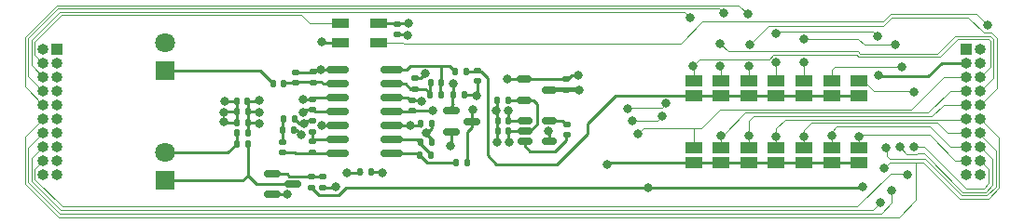
<source format=gbr>
%TF.GenerationSoftware,KiCad,Pcbnew,8.0.8+1*%
%TF.CreationDate,2025-01-23T15:05:36+01:00*%
%TF.ProjectId,IR-sensor,49522d73-656e-4736-9f72-2e6b69636164,rev?*%
%TF.SameCoordinates,Original*%
%TF.FileFunction,Copper,L1,Top*%
%TF.FilePolarity,Positive*%
%FSLAX46Y46*%
G04 Gerber Fmt 4.6, Leading zero omitted, Abs format (unit mm)*
G04 Created by KiCad (PCBNEW 8.0.8+1) date 2025-01-23 15:05:36*
%MOMM*%
%LPD*%
G01*
G04 APERTURE LIST*
G04 Aperture macros list*
%AMRoundRect*
0 Rectangle with rounded corners*
0 $1 Rounding radius*
0 $2 $3 $4 $5 $6 $7 $8 $9 X,Y pos of 4 corners*
0 Add a 4 corners polygon primitive as box body*
4,1,4,$2,$3,$4,$5,$6,$7,$8,$9,$2,$3,0*
0 Add four circle primitives for the rounded corners*
1,1,$1+$1,$2,$3*
1,1,$1+$1,$4,$5*
1,1,$1+$1,$6,$7*
1,1,$1+$1,$8,$9*
0 Add four rect primitives between the rounded corners*
20,1,$1+$1,$2,$3,$4,$5,0*
20,1,$1+$1,$4,$5,$6,$7,0*
20,1,$1+$1,$6,$7,$8,$9,0*
20,1,$1+$1,$8,$9,$2,$3,0*%
G04 Aperture macros list end*
%TA.AperFunction,SMDPad,CuDef*%
%ADD10R,1.600000X0.850000*%
%TD*%
%TA.AperFunction,SMDPad,CuDef*%
%ADD11RoundRect,0.135000X-0.185000X0.135000X-0.185000X-0.135000X0.185000X-0.135000X0.185000X0.135000X0*%
%TD*%
%TA.AperFunction,SMDPad,CuDef*%
%ADD12R,1.500000X1.000000*%
%TD*%
%TA.AperFunction,SMDPad,CuDef*%
%ADD13RoundRect,0.140000X0.140000X0.170000X-0.140000X0.170000X-0.140000X-0.170000X0.140000X-0.170000X0*%
%TD*%
%TA.AperFunction,ComponentPad*%
%ADD14R,1.800000X1.800000*%
%TD*%
%TA.AperFunction,ComponentPad*%
%ADD15C,1.800000*%
%TD*%
%TA.AperFunction,SMDPad,CuDef*%
%ADD16RoundRect,0.140000X-0.170000X0.140000X-0.170000X-0.140000X0.170000X-0.140000X0.170000X0.140000X0*%
%TD*%
%TA.AperFunction,SMDPad,CuDef*%
%ADD17RoundRect,0.135000X0.185000X-0.135000X0.185000X0.135000X-0.185000X0.135000X-0.185000X-0.135000X0*%
%TD*%
%TA.AperFunction,SMDPad,CuDef*%
%ADD18RoundRect,0.135000X-0.135000X-0.185000X0.135000X-0.185000X0.135000X0.185000X-0.135000X0.185000X0*%
%TD*%
%TA.AperFunction,SMDPad,CuDef*%
%ADD19RoundRect,0.150000X-0.825000X-0.150000X0.825000X-0.150000X0.825000X0.150000X-0.825000X0.150000X0*%
%TD*%
%TA.AperFunction,SMDPad,CuDef*%
%ADD20RoundRect,0.150000X-0.512500X-0.150000X0.512500X-0.150000X0.512500X0.150000X-0.512500X0.150000X0*%
%TD*%
%TA.AperFunction,SMDPad,CuDef*%
%ADD21RoundRect,0.150000X-0.587500X-0.150000X0.587500X-0.150000X0.587500X0.150000X-0.587500X0.150000X0*%
%TD*%
%TA.AperFunction,SMDPad,CuDef*%
%ADD22RoundRect,0.135000X0.135000X0.185000X-0.135000X0.185000X-0.135000X-0.185000X0.135000X-0.185000X0*%
%TD*%
%TA.AperFunction,SMDPad,CuDef*%
%ADD23RoundRect,0.140000X-0.140000X-0.170000X0.140000X-0.170000X0.140000X0.170000X-0.140000X0.170000X0*%
%TD*%
%TA.AperFunction,ComponentPad*%
%ADD24R,1.000000X1.000000*%
%TD*%
%TA.AperFunction,ComponentPad*%
%ADD25O,1.000000X1.000000*%
%TD*%
%TA.AperFunction,SMDPad,CuDef*%
%ADD26RoundRect,0.140000X0.170000X-0.140000X0.170000X0.140000X-0.170000X0.140000X-0.170000X-0.140000X0*%
%TD*%
%TA.AperFunction,ViaPad*%
%ADD27C,0.800000*%
%TD*%
%TA.AperFunction,Conductor*%
%ADD28C,0.250000*%
%TD*%
%TA.AperFunction,Conductor*%
%ADD29C,0.400000*%
%TD*%
%TA.AperFunction,Conductor*%
%ADD30C,0.100000*%
%TD*%
G04 APERTURE END LIST*
D10*
%TO.P,D4,1,DOUT*%
%TO.N,/INDICATOR_OUT*%
X79430000Y-51960000D03*
%TO.P,D4,2,VSS*%
%TO.N,GND*%
X79430000Y-53710000D03*
%TO.P,D4,3,DIN*%
%TO.N,/INDICATOR_IN*%
X82930000Y-53710000D03*
%TO.P,D4,4,VDD*%
%TO.N,+5V*%
X82930000Y-51960000D03*
%TD*%
D11*
%TO.P,R3,1*%
%TO.N,GND*%
X76875000Y-60815000D03*
%TO.P,R3,2*%
%TO.N,Net-(U1B--)*%
X76875000Y-61835000D03*
%TD*%
D12*
%TO.P,JP2,1,A*%
%TO.N,/DOG_2*%
X114000000Y-57200000D03*
%TO.P,JP2,2,B*%
%TO.N,/DOG*%
X114000000Y-58500000D03*
%TD*%
D13*
%TO.P,C7,1*%
%TO.N,+5V*%
X71000000Y-60000000D03*
%TO.P,C7,2*%
%TO.N,GND*%
X70040000Y-60000000D03*
%TD*%
D14*
%TO.P,D5,1,K*%
%TO.N,Net-(D5-K)*%
X63535000Y-56275000D03*
D15*
%TO.P,D5,2,A*%
%TO.N,GND*%
X63535000Y-53735000D03*
%TD*%
D16*
%TO.P,C5,1*%
%TO.N,GND*%
X99925000Y-57045000D03*
%TO.P,C5,2*%
%TO.N,+5V*%
X99925000Y-58005000D03*
%TD*%
D17*
%TO.P,R12,1*%
%TO.N,GND*%
X77835000Y-66905000D03*
%TO.P,R12,2*%
%TO.N,Net-(Q1-G)*%
X77835000Y-65885000D03*
%TD*%
D18*
%TO.P,R9,1*%
%TO.N,Net-(D6-A)*%
X69990000Y-62900000D03*
%TO.P,R9,2*%
%TO.N,Net-(D6-K)*%
X71010000Y-62900000D03*
%TD*%
D19*
%TO.P,U1,1*%
%TO.N,Net-(U1B-+)*%
X79150000Y-56190000D03*
%TO.P,U1,2,-*%
%TO.N,Net-(U1A--)*%
X79150000Y-57460000D03*
%TO.P,U1,3,+*%
%TO.N,GND*%
X79150000Y-58730000D03*
%TO.P,U1,4,V+*%
%TO.N,+2V5*%
X79150000Y-60000000D03*
%TO.P,U1,5,+*%
%TO.N,Net-(U1B-+)*%
X79150000Y-61270000D03*
%TO.P,U1,6,-*%
%TO.N,Net-(U1B--)*%
X79150000Y-62540000D03*
%TO.P,U1,7*%
%TO.N,Net-(C6-Pad2)*%
X79150000Y-63810000D03*
%TO.P,U1,8*%
%TO.N,Net-(R4-Pad1)*%
X84100000Y-63810000D03*
%TO.P,U1,9,-*%
%TO.N,Net-(U1C--)*%
X84100000Y-62540000D03*
%TO.P,U1,10,+*%
%TO.N,Net-(U1C-+)*%
X84100000Y-61270000D03*
%TO.P,U1,11,V-*%
%TO.N,-2V5*%
X84100000Y-60000000D03*
%TO.P,U1,12,+*%
%TO.N,GND*%
X84100000Y-58730000D03*
%TO.P,U1,13,-*%
%TO.N,Net-(U1D--)*%
X84100000Y-57460000D03*
%TO.P,U1,14*%
%TO.N,Net-(C13-Pad1)*%
X84100000Y-56190000D03*
%TD*%
D20*
%TO.P,U2,1,GND*%
%TO.N,GND*%
X96127500Y-57045000D03*
%TO.P,U2,2,VO*%
%TO.N,+2V5*%
X96127500Y-58945000D03*
%TO.P,U2,3,VI*%
%TO.N,+5V*%
X98402500Y-57995000D03*
%TD*%
D21*
%TO.P,Q1,1,G*%
%TO.N,Net-(Q1-G)*%
X73252500Y-65620000D03*
%TO.P,Q1,2,S*%
%TO.N,GND*%
X73252500Y-67520000D03*
%TO.P,Q1,3,D*%
%TO.N,Net-(D6-K)*%
X75127500Y-66570000D03*
%TD*%
D12*
%TO.P,JP5,1,A*%
%TO.N,/DOG_5*%
X121500000Y-57200000D03*
%TO.P,JP5,2,B*%
%TO.N,/DOG*%
X121500000Y-58500000D03*
%TD*%
%TO.P,JP3,1,A*%
%TO.N,/DOG_3*%
X116500000Y-57200000D03*
%TO.P,JP3,2,B*%
%TO.N,/DOG*%
X116500000Y-58500000D03*
%TD*%
D17*
%TO.P,R1,1*%
%TO.N,Net-(U1A--)*%
X76945000Y-57385000D03*
%TO.P,R1,2*%
%TO.N,Net-(U1B-+)*%
X76945000Y-56365000D03*
%TD*%
D22*
%TO.P,R18,1*%
%TO.N,/DOG*%
X90880000Y-56295000D03*
%TO.P,R18,2*%
%TO.N,Net-(C13-Pad1)*%
X89860000Y-56295000D03*
%TD*%
D23*
%TO.P,C18,1*%
%TO.N,GND*%
X93705000Y-60785000D03*
%TO.P,C18,2*%
%TO.N,-2V5*%
X94665000Y-60785000D03*
%TD*%
D22*
%TO.P,R7,1*%
%TO.N,GND*%
X90650000Y-58460000D03*
%TO.P,R7,2*%
%TO.N,/PWM_RCV*%
X89630000Y-58460000D03*
%TD*%
D12*
%TO.P,JP13,1,A*%
%TO.N,/PWM_RCV_6*%
X124000000Y-63300000D03*
%TO.P,JP13,2,B*%
%TO.N,/PWM_RCV*%
X124000000Y-64600000D03*
%TD*%
D18*
%TO.P,R11,1*%
%TO.N,Net-(D6-A)*%
X69990000Y-61900000D03*
%TO.P,R11,2*%
%TO.N,+5V*%
X71010000Y-61900000D03*
%TD*%
D21*
%TO.P,Q2,1,G*%
%TO.N,/PWM_RCV*%
X89457500Y-59925000D03*
%TO.P,Q2,2,S*%
%TO.N,GND*%
X89457500Y-61825000D03*
%TO.P,Q2,3,D*%
%TO.N,Net-(Q2-D)*%
X91332500Y-60875000D03*
%TD*%
D13*
%TO.P,C13,1*%
%TO.N,Net-(C13-Pad1)*%
X88585000Y-57385000D03*
%TO.P,C13,2*%
%TO.N,Net-(U1D--)*%
X87625000Y-57385000D03*
%TD*%
D17*
%TO.P,R8,1*%
%TO.N,/PWM_SEND*%
X76825000Y-66915000D03*
%TO.P,R8,2*%
%TO.N,Net-(Q1-G)*%
X76825000Y-65895000D03*
%TD*%
D14*
%TO.P,D6,1,K*%
%TO.N,Net-(D6-K)*%
X63535000Y-66275000D03*
D15*
%TO.P,D6,2,A*%
%TO.N,Net-(D6-A)*%
X63535000Y-63735000D03*
%TD*%
D12*
%TO.P,JP4,1,A*%
%TO.N,/DOG_4*%
X119000000Y-57200000D03*
%TO.P,JP4,2,B*%
%TO.N,/DOG*%
X119000000Y-58500000D03*
%TD*%
D17*
%TO.P,R16,1*%
%TO.N,Net-(U1D--)*%
X86225000Y-57955000D03*
%TO.P,R16,2*%
%TO.N,Net-(Q2-D)*%
X86225000Y-56935000D03*
%TD*%
D18*
%TO.P,R14,1*%
%TO.N,Net-(C6-Pad1)*%
X74221000Y-60627000D03*
%TO.P,R14,2*%
%TO.N,GND*%
X75241000Y-60627000D03*
%TD*%
D22*
%TO.P,R6,1*%
%TO.N,Net-(Q2-D)*%
X90970000Y-64635000D03*
%TO.P,R6,2*%
%TO.N,Net-(R4-Pad1)*%
X89950000Y-64635000D03*
%TD*%
D24*
%TO.P,J3,1,Pin_1*%
%TO.N,+5V*%
X53700000Y-54285000D03*
D25*
%TO.P,J3,2,Pin_2*%
X52430000Y-54285000D03*
%TO.P,J3,3,Pin_3*%
%TO.N,/PWM_SEND*%
X53700000Y-55555000D03*
%TO.P,J3,4,Pin_4*%
%TO.N,/INDICATOR_OUT*%
X52430000Y-55555000D03*
%TO.P,J3,5,Pin_5*%
%TO.N,/PWM_RCV_1*%
X53700000Y-56825000D03*
%TO.P,J3,6,Pin_6*%
%TO.N,/DOG_1*%
X52430000Y-56825000D03*
%TO.P,J3,7,Pin_7*%
%TO.N,/PWM_RCV_2*%
X53700000Y-58095000D03*
%TO.P,J3,8,Pin_8*%
%TO.N,/DOG_2*%
X52430000Y-58095000D03*
%TO.P,J3,9,Pin_9*%
%TO.N,/PWM_RCV_3*%
X53700000Y-59365000D03*
%TO.P,J3,10,Pin_10*%
%TO.N,/DOG_3*%
X52430000Y-59365000D03*
%TO.P,J3,11,Pin_11*%
%TO.N,/PWM_RCV_4*%
X53700000Y-60635000D03*
%TO.P,J3,12,Pin_12*%
%TO.N,/DOG_4*%
X52430000Y-60635000D03*
%TO.P,J3,13,Pin_13*%
%TO.N,/PWM_RCV_5*%
X53700000Y-61905000D03*
%TO.P,J3,14,Pin_14*%
%TO.N,/DOG_5*%
X52430000Y-61905000D03*
%TO.P,J3,15,Pin_15*%
%TO.N,/PWM_RCV_6*%
X53700000Y-63175000D03*
%TO.P,J3,16,Pin_16*%
%TO.N,/DOG_6*%
X52430000Y-63175000D03*
%TO.P,J3,17,Pin_17*%
%TO.N,/PWM_RCV_7*%
X53700000Y-64445000D03*
%TO.P,J3,18,Pin_18*%
%TO.N,/DOG_7*%
X52430000Y-64445000D03*
%TO.P,J3,19,Pin_19*%
%TO.N,GND*%
X53700000Y-65715000D03*
%TO.P,J3,20,Pin_20*%
X52430000Y-65715000D03*
%TD*%
D23*
%TO.P,C9,1*%
%TO.N,Net-(U1C-+)*%
X86715000Y-61105000D03*
%TO.P,C9,2*%
%TO.N,GND*%
X87675000Y-61105000D03*
%TD*%
D18*
%TO.P,R4,1*%
%TO.N,Net-(R4-Pad1)*%
X86615000Y-63965000D03*
%TO.P,R4,2*%
%TO.N,Net-(U1C--)*%
X87635000Y-63965000D03*
%TD*%
D24*
%TO.P,J2,1,Pin_1*%
%TO.N,+5V*%
X136225000Y-54285000D03*
D25*
%TO.P,J2,2,Pin_2*%
X137495000Y-54285000D03*
%TO.P,J2,3,Pin_3*%
%TO.N,/PWM_SEND*%
X136225000Y-55555000D03*
%TO.P,J2,4,Pin_4*%
%TO.N,/INDICATOR_IN*%
X137495000Y-55555000D03*
%TO.P,J2,5,Pin_5*%
%TO.N,/PWM_RCV_1*%
X136225000Y-56825000D03*
%TO.P,J2,6,Pin_6*%
%TO.N,/DOG_1*%
X137495000Y-56825000D03*
%TO.P,J2,7,Pin_7*%
%TO.N,/PWM_RCV_2*%
X136225000Y-58095000D03*
%TO.P,J2,8,Pin_8*%
%TO.N,/DOG_2*%
X137495000Y-58095000D03*
%TO.P,J2,9,Pin_9*%
%TO.N,/PWM_RCV_3*%
X136225000Y-59365000D03*
%TO.P,J2,10,Pin_10*%
%TO.N,/DOG_3*%
X137495000Y-59365000D03*
%TO.P,J2,11,Pin_11*%
%TO.N,/PWM_RCV_4*%
X136225000Y-60635000D03*
%TO.P,J2,12,Pin_12*%
%TO.N,/DOG_4*%
X137495000Y-60635000D03*
%TO.P,J2,13,Pin_13*%
%TO.N,/PWM_RCV_5*%
X136225000Y-61905000D03*
%TO.P,J2,14,Pin_14*%
%TO.N,/DOG_5*%
X137495000Y-61905000D03*
%TO.P,J2,15,Pin_15*%
%TO.N,/PWM_RCV_6*%
X136225000Y-63175000D03*
%TO.P,J2,16,Pin_16*%
%TO.N,/DOG_6*%
X137495000Y-63175000D03*
%TO.P,J2,17,Pin_17*%
%TO.N,/PWM_RCV_7*%
X136225000Y-64445000D03*
%TO.P,J2,18,Pin_18*%
%TO.N,/DOG_7*%
X137495000Y-64445000D03*
%TO.P,J2,19,Pin_19*%
%TO.N,GND*%
X136225000Y-65715000D03*
%TO.P,J2,20,Pin_20*%
X137495000Y-65715000D03*
%TD*%
D12*
%TO.P,JP1,1,A*%
%TO.N,/DOG_1*%
X111500000Y-57200000D03*
%TO.P,JP1,2,B*%
%TO.N,/DOG*%
X111500000Y-58500000D03*
%TD*%
D23*
%TO.P,C8,1*%
%TO.N,+2V5*%
X81235000Y-65515000D03*
%TO.P,C8,2*%
%TO.N,-2V5*%
X82195000Y-65515000D03*
%TD*%
D12*
%TO.P,JP10,1,A*%
%TO.N,/PWM_RCV_3*%
X116500000Y-63300000D03*
%TO.P,JP10,2,B*%
%TO.N,/PWM_RCV*%
X116500000Y-64600000D03*
%TD*%
%TO.P,JP9,1,A*%
%TO.N,/PWM_RCV_2*%
X114000000Y-63300000D03*
%TO.P,JP9,2,B*%
%TO.N,/PWM_RCV*%
X114000000Y-64600000D03*
%TD*%
D16*
%TO.P,C3,1*%
%TO.N,+5V*%
X84585000Y-51975000D03*
%TO.P,C3,2*%
%TO.N,GND*%
X84585000Y-52935000D03*
%TD*%
D22*
%TO.P,R17,1*%
%TO.N,Net-(C13-Pad1)*%
X88605000Y-58485000D03*
%TO.P,R17,2*%
%TO.N,Net-(U1D--)*%
X87585000Y-58485000D03*
%TD*%
D23*
%TO.P,C16,1*%
%TO.N,GND*%
X93705000Y-61725000D03*
%TO.P,C16,2*%
%TO.N,+2V5*%
X94665000Y-61725000D03*
%TD*%
D12*
%TO.P,JP11,1,A*%
%TO.N,/PWM_RCV_4*%
X119000000Y-63300000D03*
%TO.P,JP11,2,B*%
%TO.N,/PWM_RCV*%
X119000000Y-64600000D03*
%TD*%
D13*
%TO.P,C15,1*%
%TO.N,Net-(U1A--)*%
X74250000Y-57400000D03*
%TO.P,C15,2*%
%TO.N,Net-(D5-K)*%
X73290000Y-57400000D03*
%TD*%
D26*
%TO.P,C1,1*%
%TO.N,Net-(U1A--)*%
X75385000Y-57345000D03*
%TO.P,C1,2*%
%TO.N,Net-(U1B-+)*%
X75385000Y-56385000D03*
%TD*%
D16*
%TO.P,C2,1*%
%TO.N,GND*%
X76865000Y-58865000D03*
%TO.P,C2,2*%
%TO.N,+2V5*%
X76865000Y-59825000D03*
%TD*%
D18*
%TO.P,R15,1*%
%TO.N,Net-(C6-Pad1)*%
X74165000Y-61675000D03*
%TO.P,R15,2*%
%TO.N,Net-(U1C-+)*%
X75185000Y-61675000D03*
%TD*%
D11*
%TO.P,R2,1*%
%TO.N,Net-(U1B--)*%
X76865000Y-62715000D03*
%TO.P,R2,2*%
%TO.N,Net-(C6-Pad2)*%
X76865000Y-63735000D03*
%TD*%
D23*
%TO.P,C12,1*%
%TO.N,GND*%
X93685000Y-58955000D03*
%TO.P,C12,2*%
%TO.N,+2V5*%
X94645000Y-58955000D03*
%TD*%
D12*
%TO.P,JP12,1,A*%
%TO.N,/PWM_RCV_5*%
X121500000Y-63300000D03*
%TO.P,JP12,2,B*%
%TO.N,/PWM_RCV*%
X121500000Y-64600000D03*
%TD*%
D16*
%TO.P,C11,1*%
%TO.N,/DOG*%
X91855000Y-56240000D03*
%TO.P,C11,2*%
%TO.N,GND*%
X91855000Y-57200000D03*
%TD*%
D13*
%TO.P,C4,1*%
%TO.N,+5V*%
X71000000Y-60950000D03*
%TO.P,C4,2*%
%TO.N,GND*%
X70040000Y-60950000D03*
%TD*%
D16*
%TO.P,C6,1*%
%TO.N,Net-(C6-Pad1)*%
X74140000Y-62780000D03*
%TO.P,C6,2*%
%TO.N,Net-(C6-Pad2)*%
X74140000Y-63740000D03*
%TD*%
D12*
%TO.P,JP14,1,A*%
%TO.N,/PWM_RCV_7*%
X126500000Y-63300000D03*
%TO.P,JP14,2,B*%
%TO.N,/PWM_RCV*%
X126500000Y-64600000D03*
%TD*%
%TO.P,JP7,1,A*%
%TO.N,/DOG_7*%
X126500000Y-57200000D03*
%TO.P,JP7,2,B*%
%TO.N,/DOG*%
X126500000Y-58500000D03*
%TD*%
D18*
%TO.P,R5,1*%
%TO.N,Net-(U1C--)*%
X86675000Y-62795000D03*
%TO.P,R5,2*%
%TO.N,GND*%
X87695000Y-62795000D03*
%TD*%
D13*
%TO.P,C14,1*%
%TO.N,+5V*%
X70990000Y-59040000D03*
%TO.P,C14,2*%
%TO.N,GND*%
X70030000Y-59040000D03*
%TD*%
D12*
%TO.P,JP6,1,A*%
%TO.N,/DOG_6*%
X124000000Y-57200000D03*
%TO.P,JP6,2,B*%
%TO.N,/DOG*%
X124000000Y-58500000D03*
%TD*%
D16*
%TO.P,C10,1*%
%TO.N,GND*%
X85925000Y-58965000D03*
%TO.P,C10,2*%
%TO.N,-2V5*%
X85925000Y-59925000D03*
%TD*%
D20*
%TO.P,U4,1,OUT*%
%TO.N,-2V5*%
X96147500Y-60815000D03*
%TO.P,U4,2,IN*%
%TO.N,+2V5*%
X96147500Y-61765000D03*
%TO.P,U4,3,CFLY-*%
%TO.N,Net-(U4-CFLY-)*%
X96147500Y-62715000D03*
%TO.P,U4,4,GND*%
%TO.N,GND*%
X98422500Y-62715000D03*
%TO.P,U4,5,CFLY+*%
%TO.N,Net-(U4-CFLY+)*%
X98422500Y-60815000D03*
%TD*%
D12*
%TO.P,JP8,1,A*%
%TO.N,/PWM_RCV_1*%
X111500000Y-63300000D03*
%TO.P,JP8,2,B*%
%TO.N,/PWM_RCV*%
X111500000Y-64600000D03*
%TD*%
D26*
%TO.P,C17,1*%
%TO.N,Net-(U4-CFLY-)*%
X99955000Y-62085000D03*
%TO.P,C17,2*%
%TO.N,Net-(U4-CFLY+)*%
X99955000Y-61125000D03*
%TD*%
D27*
%TO.N,Net-(U1C-+)*%
X85800000Y-61270000D03*
X75858973Y-62095252D03*
%TO.N,GND*%
X76000000Y-58900000D03*
X68875000Y-60035000D03*
X93668939Y-62791098D03*
X68875000Y-60935000D03*
X77700000Y-53600000D03*
X101000000Y-56700000D03*
X85500000Y-53000000D03*
X76146738Y-61085451D03*
X74560000Y-67550000D03*
X93600000Y-59900000D03*
X68925000Y-59045000D03*
X91800000Y-58555000D03*
X86824807Y-59057297D03*
X87180000Y-61960000D03*
X78970000Y-66870000D03*
X89420000Y-63100000D03*
X94580000Y-57020000D03*
X98308008Y-61768008D03*
%TO.N,Net-(U1B-+)*%
X77680000Y-56190000D03*
X77724448Y-61269751D03*
%TO.N,/PWM_SEND*%
X128300000Y-56700000D03*
X107400000Y-66900000D03*
X126800000Y-66800000D03*
%TO.N,/PWM_RCV*%
X89630000Y-57470000D03*
X103600000Y-64800000D03*
%TO.N,+2V5*%
X94781730Y-62774323D03*
X80040000Y-65585000D03*
X76026346Y-60042373D03*
%TO.N,+5V*%
X72055000Y-60045000D03*
X85564166Y-51951960D03*
X101100000Y-58000000D03*
X72045000Y-58955000D03*
X72045000Y-61055000D03*
%TO.N,Net-(Q2-D)*%
X91450000Y-59800000D03*
X87100000Y-56525000D03*
%TO.N,-2V5*%
X94670000Y-59930000D03*
X87800000Y-59925000D03*
X83260000Y-65530000D03*
%TO.N,/INDICATOR_IN*%
X138200000Y-52100000D03*
%TO.N,/PWM_RCV_1*%
X106400000Y-62000000D03*
%TO.N,/PWM_RCV_2*%
X105900000Y-60800000D03*
X108600000Y-60400000D03*
X114000000Y-62200000D03*
%TO.N,/DOG_7*%
X130900000Y-65700000D03*
X131500000Y-63200000D03*
X131500000Y-58200000D03*
%TO.N,/DOG_4*%
X128200000Y-53100000D03*
X119000000Y-55500000D03*
X119000000Y-52900000D03*
X128750000Y-65100000D03*
%TO.N,/DOG_5*%
X121500000Y-53350000D03*
X129500000Y-67200000D03*
X129800000Y-53900000D03*
X128925000Y-63300000D03*
X121500000Y-55500000D03*
%TO.N,/PWM_RCV_3*%
X116500000Y-62200000D03*
X109000000Y-59225000D03*
X105500000Y-59700000D03*
%TO.N,/PWM_RCV_6*%
X124000000Y-62200000D03*
%TO.N,/PWM_RCV_7*%
X126500000Y-62300000D03*
%TO.N,/PWM_RCV_5*%
X121500000Y-62300000D03*
%TO.N,/DOG_2*%
X113900000Y-53800000D03*
X113900000Y-55850000D03*
X114200000Y-51000000D03*
%TO.N,/PWM_RCV_4*%
X119000000Y-62300000D03*
%TO.N,/DOG_6*%
X128400000Y-68300000D03*
X130200000Y-63200000D03*
X130400000Y-55900000D03*
%TO.N,/DOG_3*%
X116500000Y-55850000D03*
X116600000Y-53850000D03*
X116390380Y-51090380D03*
%TO.N,/DOG_1*%
X111400000Y-55800000D03*
X111200000Y-51400000D03*
%TD*%
D28*
%TO.N,Net-(U1C-+)*%
X86670000Y-61270000D02*
X86700000Y-61300000D01*
X75185000Y-61675000D02*
X75438721Y-61675000D01*
X75438721Y-61675000D02*
X75858973Y-62095252D01*
X84100000Y-61270000D02*
X86670000Y-61270000D01*
%TO.N,GND*%
X74530000Y-67520000D02*
X74560000Y-67550000D01*
X70030000Y-60940000D02*
X70045000Y-60955000D01*
X75241000Y-60627000D02*
X75699451Y-61085451D01*
X87725000Y-61305000D02*
X87725000Y-61535000D01*
X78935000Y-66905000D02*
X78970000Y-66870000D01*
X84585000Y-52935000D02*
X85435000Y-52935000D01*
X98422500Y-62715000D02*
X98422500Y-61882500D01*
X87725000Y-61535000D02*
X87230000Y-62030000D01*
X93685000Y-58955000D02*
X93685000Y-62775037D01*
X79150000Y-58730000D02*
X77170000Y-58730000D01*
X91855000Y-58500000D02*
X91800000Y-58555000D01*
X96127500Y-57045000D02*
X100055000Y-57045000D01*
X85530000Y-58730000D02*
X85800000Y-59000000D01*
X94605000Y-57045000D02*
X94580000Y-57020000D01*
X73252500Y-67520000D02*
X74530000Y-67520000D01*
X70040000Y-60000000D02*
X68910000Y-60000000D01*
X70030000Y-59040000D02*
X68930000Y-59040000D01*
X76417189Y-60815000D02*
X76146738Y-61085451D01*
X86767510Y-59000000D02*
X86824807Y-59057297D01*
X77810000Y-53710000D02*
X77700000Y-53600000D01*
X87695000Y-62495000D02*
X87230000Y-62030000D01*
X87695000Y-62795000D02*
X87695000Y-62495000D01*
X93685000Y-62775037D02*
X93668939Y-62791098D01*
X85800000Y-59000000D02*
X86767510Y-59000000D01*
X90650000Y-58460000D02*
X91705000Y-58460000D01*
X89457500Y-63062500D02*
X89420000Y-63100000D01*
X77835000Y-66905000D02*
X78935000Y-66905000D01*
X96127500Y-57045000D02*
X94605000Y-57045000D01*
X84100000Y-58730000D02*
X85530000Y-58730000D01*
X79430000Y-53710000D02*
X77810000Y-53710000D01*
X68890000Y-60950000D02*
X68875000Y-60935000D01*
X100055000Y-57045000D02*
X100400000Y-56700000D01*
X75699451Y-61085451D02*
X76146738Y-61085451D01*
X99925000Y-57045000D02*
X100055000Y-57045000D01*
X76875000Y-60815000D02*
X76417189Y-60815000D01*
X68930000Y-59040000D02*
X68925000Y-59045000D01*
X68910000Y-60000000D02*
X68875000Y-60035000D01*
X89457500Y-61825000D02*
X89457500Y-63062500D01*
X91705000Y-58460000D02*
X91800000Y-58555000D01*
X85435000Y-52935000D02*
X85500000Y-53000000D01*
X100400000Y-56700000D02*
X101000000Y-56700000D01*
X70040000Y-60950000D02*
X68890000Y-60950000D01*
X77170000Y-58730000D02*
X77000000Y-58900000D01*
X70030000Y-59040000D02*
X70030000Y-60940000D01*
X91855000Y-57200000D02*
X91855000Y-58500000D01*
X98422500Y-61882500D02*
X98308008Y-61768008D01*
X77000000Y-58900000D02*
X76000000Y-58900000D01*
%TO.N,Net-(D5-K)*%
X72165000Y-56275000D02*
X73290000Y-57400000D01*
X63535000Y-56275000D02*
X72165000Y-56275000D01*
%TO.N,Net-(U1B-+)*%
X79150000Y-61270000D02*
X77724697Y-61270000D01*
X77000000Y-56400000D02*
X75500000Y-56400000D01*
X77210000Y-56190000D02*
X77000000Y-56400000D01*
X79150000Y-56190000D02*
X77210000Y-56190000D01*
X77724697Y-61270000D02*
X77724448Y-61269751D01*
%TO.N,Net-(D6-K)*%
X71790000Y-66570000D02*
X71010000Y-65790000D01*
X63535000Y-66275000D02*
X70525000Y-66275000D01*
X75127500Y-66570000D02*
X71790000Y-66570000D01*
X70525000Y-66275000D02*
X71010000Y-65790000D01*
X71010000Y-65790000D02*
X71010000Y-62900000D01*
%TO.N,Net-(U1B--)*%
X79150000Y-62540000D02*
X77060000Y-62540000D01*
X77060000Y-62540000D02*
X76900000Y-62700000D01*
X76900000Y-62000000D02*
X76950000Y-61950000D01*
X76900000Y-62700000D02*
X76900000Y-62000000D01*
%TO.N,/PWM_SEND*%
X126800000Y-66800000D02*
X126700000Y-66900000D01*
X132800000Y-56800000D02*
X128400000Y-56800000D01*
X77505000Y-67595000D02*
X76825000Y-66915000D01*
X107400000Y-66900000D02*
X79965305Y-66900000D01*
X128400000Y-56800000D02*
X128300000Y-56700000D01*
X126700000Y-66900000D02*
X107400000Y-66900000D01*
X134045000Y-55555000D02*
X132800000Y-56800000D01*
X79965305Y-66900000D02*
X79270305Y-67595000D01*
X136225000Y-55555000D02*
X134045000Y-55555000D01*
X79270305Y-67595000D02*
X77505000Y-67595000D01*
%TO.N,/PWM_RCV*%
X103600000Y-64800000D02*
X103800000Y-64600000D01*
X89640000Y-59280000D02*
X89600000Y-59240000D01*
X103800000Y-64600000D02*
X111500000Y-64600000D01*
X89457500Y-59925000D02*
X89457500Y-59462500D01*
X89457500Y-59462500D02*
X89640000Y-59280000D01*
X89630000Y-58460000D02*
X89630000Y-57470000D01*
X89600000Y-59240000D02*
X89600000Y-58540000D01*
X111500000Y-64600000D02*
X126500000Y-64600000D01*
%TO.N,Net-(U1C--)*%
X86675000Y-62795000D02*
X86675000Y-62975000D01*
X86340000Y-62540000D02*
X86600000Y-62800000D01*
X86675000Y-62975000D02*
X87600000Y-63900000D01*
X84100000Y-62540000D02*
X86340000Y-62540000D01*
%TO.N,+2V5*%
X96127500Y-58945000D02*
X94665000Y-58945000D01*
X97250000Y-59270000D02*
X96970000Y-58990000D01*
X94805000Y-61765000D02*
X94730000Y-61690000D01*
X77100000Y-60000000D02*
X76900000Y-59800000D01*
X96147500Y-61765000D02*
X94805000Y-61765000D01*
X96940000Y-58960000D02*
X96110000Y-58960000D01*
X96147500Y-61765000D02*
X96615000Y-61765000D01*
X81205000Y-65585000D02*
X80040000Y-65585000D01*
X97250000Y-61130000D02*
X97250000Y-59270000D01*
X94665000Y-62657593D02*
X94781730Y-62774323D01*
X94665000Y-58945000D02*
X94660000Y-58940000D01*
X76800000Y-59800000D02*
X76268719Y-59800000D01*
X81325000Y-65475000D02*
X81300000Y-65500000D01*
X79150000Y-60000000D02*
X77100000Y-60000000D01*
X94665000Y-61725000D02*
X94665000Y-62657593D01*
X96970000Y-58990000D02*
X96940000Y-58960000D01*
X76268719Y-59800000D02*
X76026346Y-60042373D01*
X96615000Y-61765000D02*
X97250000Y-61130000D01*
%TO.N,+5V*%
X82930000Y-51960000D02*
X85556126Y-51960000D01*
X71000000Y-59070000D02*
X70975000Y-59045000D01*
D29*
X98440000Y-57970000D02*
X101070000Y-57970000D01*
D28*
X71995000Y-59985000D02*
X72055000Y-60045000D01*
X71000000Y-60950000D02*
X71940000Y-60950000D01*
X71000000Y-61890000D02*
X71010000Y-61900000D01*
X70990000Y-59040000D02*
X71960000Y-59040000D01*
X71960000Y-59040000D02*
X72045000Y-58955000D01*
X71000000Y-59990000D02*
X70995000Y-59985000D01*
X71000000Y-60950000D02*
X71000000Y-61890000D01*
X70995000Y-59985000D02*
X71995000Y-59985000D01*
D29*
X101070000Y-57970000D02*
X101100000Y-58000000D01*
D28*
X71865000Y-60045000D02*
X72055000Y-60045000D01*
X85556126Y-51960000D02*
X85564166Y-51951960D01*
X71940000Y-60950000D02*
X72045000Y-61055000D01*
X71000000Y-60000000D02*
X71000000Y-59070000D01*
X71000000Y-60950000D02*
X71000000Y-59990000D01*
%TO.N,Net-(C6-Pad1)*%
X74140000Y-62780000D02*
X74140000Y-61740000D01*
X74165000Y-60735000D02*
X74200000Y-60700000D01*
X74165000Y-61675000D02*
X74165000Y-60735000D01*
%TO.N,Net-(Q2-D)*%
X90940000Y-62610000D02*
X90940000Y-64570000D01*
X90940000Y-62610000D02*
X90940000Y-61830000D01*
X91332500Y-60875000D02*
X91332500Y-59917500D01*
X91332500Y-59917500D02*
X91450000Y-59800000D01*
X91350000Y-61420000D02*
X91340000Y-61410000D01*
X91340000Y-61410000D02*
X91340000Y-60910000D01*
X86675000Y-56950000D02*
X87100000Y-56525000D01*
X90940000Y-61830000D02*
X91350000Y-61420000D01*
X90940000Y-64570000D02*
X90910000Y-64600000D01*
X86300000Y-56950000D02*
X86675000Y-56950000D01*
%TO.N,Net-(R4-Pad1)*%
X84100000Y-63810000D02*
X86510000Y-63810000D01*
X87300000Y-64650000D02*
X89860000Y-64650000D01*
X86510000Y-63810000D02*
X86700000Y-64000000D01*
X86615000Y-63965000D02*
X87300000Y-64650000D01*
%TO.N,/DOG*%
X92800000Y-56920000D02*
X92800000Y-63980000D01*
X99071490Y-64780000D02*
X101826490Y-62025000D01*
X91970000Y-56340000D02*
X92220000Y-56340000D01*
X92220000Y-56340000D02*
X92800000Y-56920000D01*
X101826490Y-62025000D02*
X101826490Y-61073510D01*
X90880000Y-56295000D02*
X91755000Y-56295000D01*
X91755000Y-56295000D02*
X91775000Y-56275000D01*
X93600000Y-64780000D02*
X99071490Y-64780000D01*
X92800000Y-63980000D02*
X93600000Y-64780000D01*
X111500000Y-58500000D02*
X126500000Y-58500000D01*
X101826490Y-61073510D02*
X104400000Y-58500000D01*
X104400000Y-58500000D02*
X111500000Y-58500000D01*
%TO.N,-2V5*%
X83245000Y-65515000D02*
X83260000Y-65530000D01*
X94665000Y-59935000D02*
X94670000Y-59930000D01*
X96147500Y-60815000D02*
X94825000Y-60815000D01*
X85925000Y-59925000D02*
X87800000Y-59925000D01*
X94825000Y-60815000D02*
X94800000Y-60790000D01*
X94665000Y-60785000D02*
X94665000Y-59935000D01*
X84100000Y-60000000D02*
X86200000Y-60000000D01*
X82195000Y-65515000D02*
X83245000Y-65515000D01*
%TO.N,Net-(D6-A)*%
X69990000Y-61900000D02*
X69990000Y-62900000D01*
X69155000Y-63735000D02*
X69990000Y-62900000D01*
X63535000Y-63735000D02*
X69155000Y-63735000D01*
D30*
%TO.N,/INDICATOR_IN*%
X129375736Y-51100000D02*
X137200000Y-51100000D01*
X128675736Y-51800000D02*
X129375736Y-51100000D01*
X112300000Y-51800000D02*
X128675736Y-51800000D01*
X85178984Y-53775000D02*
X110325000Y-53775000D01*
X137200000Y-51100000D02*
X138200000Y-52100000D01*
X85113984Y-53710000D02*
X85178984Y-53775000D01*
X110325000Y-53775000D02*
X112300000Y-51800000D01*
X82930000Y-53710000D02*
X85113984Y-53710000D01*
D28*
%TO.N,Net-(U1A--)*%
X77100000Y-57300000D02*
X77700000Y-57300000D01*
X77800000Y-57400000D02*
X79100000Y-57400000D01*
X77700000Y-57300000D02*
X77800000Y-57400000D01*
X74305000Y-57345000D02*
X74250000Y-57400000D01*
X75385000Y-57345000D02*
X74305000Y-57345000D01*
X75500000Y-57300000D02*
X77100000Y-57300000D01*
%TO.N,Net-(C13-Pad1)*%
X88585000Y-57385000D02*
X88585000Y-55840000D01*
X85390000Y-56190000D02*
X85780000Y-55800000D01*
X88500000Y-57400000D02*
X88500000Y-58400000D01*
X88585000Y-55840000D02*
X88625000Y-55800000D01*
X85780000Y-55800000D02*
X88625000Y-55800000D01*
X89300000Y-55800000D02*
X89825000Y-56325000D01*
X84100000Y-56190000D02*
X85390000Y-56190000D01*
X88625000Y-55800000D02*
X89300000Y-55800000D01*
%TO.N,Net-(U1D--)*%
X85800000Y-57950000D02*
X87150000Y-57950000D01*
X87535000Y-57365000D02*
X87575000Y-57325000D01*
X87535000Y-58485000D02*
X87535000Y-57365000D01*
X87150000Y-57950000D02*
X87600000Y-58400000D01*
X84100000Y-57460000D02*
X85310000Y-57460000D01*
X85310000Y-57460000D02*
X85800000Y-57950000D01*
%TO.N,Net-(C6-Pad2)*%
X77010000Y-63810000D02*
X76900000Y-63700000D01*
X75335000Y-63715000D02*
X74205000Y-63715000D01*
X79150000Y-63810000D02*
X77010000Y-63810000D01*
X76800000Y-63800000D02*
X75300000Y-63800000D01*
X74205000Y-63715000D02*
X74200000Y-63720000D01*
X76900000Y-63700000D02*
X76800000Y-63800000D01*
%TO.N,Net-(U4-CFLY-)*%
X99910000Y-62580000D02*
X99910000Y-62180000D01*
X96600000Y-63600000D02*
X98890000Y-63600000D01*
X98890000Y-63600000D02*
X99910000Y-62580000D01*
X96147500Y-63147500D02*
X96600000Y-63600000D01*
X96147500Y-62715000D02*
X96147500Y-63147500D01*
%TO.N,Net-(U4-CFLY+)*%
X98422500Y-60815000D02*
X99595000Y-60815000D01*
X99595000Y-60815000D02*
X99900000Y-61120000D01*
%TO.N,Net-(Q1-G)*%
X74580000Y-65640000D02*
X73330000Y-65640000D01*
X76925000Y-65885000D02*
X76890000Y-65850000D01*
X76820000Y-65790000D02*
X76800000Y-65810000D01*
X74580000Y-65640000D02*
X74800000Y-65860000D01*
X74800000Y-65860000D02*
X77730000Y-65860000D01*
X73330000Y-65640000D02*
X73310000Y-65620000D01*
D30*
%TO.N,/INDICATOR_OUT*%
X51680000Y-54805000D02*
X51680000Y-53620000D01*
X51680000Y-53620000D02*
X54100000Y-51200000D01*
X75900000Y-51200000D02*
X76660000Y-51960000D01*
X54100000Y-51200000D02*
X75900000Y-51200000D01*
X52430000Y-55555000D02*
X51680000Y-54805000D01*
X76660000Y-51960000D02*
X79430000Y-51960000D01*
%TO.N,/PWM_RCV_1*%
X106400000Y-62000000D02*
X106900000Y-61500000D01*
X134175000Y-56825000D02*
X136225000Y-56825000D01*
X111500000Y-61500000D02*
X112200000Y-61500000D01*
X112200000Y-61500000D02*
X113900000Y-59800000D01*
X111500000Y-63300000D02*
X111500000Y-61500000D01*
X131200000Y-59800000D02*
X134175000Y-56825000D01*
X113900000Y-59800000D02*
X131200000Y-59800000D01*
X106900000Y-61500000D02*
X111500000Y-61500000D01*
%TO.N,/PWM_RCV_2*%
X134805000Y-58095000D02*
X136225000Y-58095000D01*
X114100000Y-62200000D02*
X116200000Y-60100000D01*
X116200000Y-60100000D02*
X132800000Y-60100000D01*
X132800000Y-60100000D02*
X134805000Y-58095000D01*
X108600000Y-60400000D02*
X108200000Y-60800000D01*
X114000000Y-63300000D02*
X114000000Y-62200000D01*
X114000000Y-62200000D02*
X114100000Y-62200000D01*
X108200000Y-60800000D02*
X105900000Y-60800000D01*
%TO.N,/DOG_7*%
X126950000Y-57200000D02*
X126500000Y-57200000D01*
X131400000Y-58100000D02*
X127850000Y-58100000D01*
X130900000Y-65700000D02*
X130850000Y-65650000D01*
X136200000Y-67000000D02*
X137800000Y-67000000D01*
X54150000Y-68650000D02*
X51680000Y-66180000D01*
X138300000Y-66500000D02*
X138300000Y-65250000D01*
X131500000Y-58200000D02*
X131400000Y-58100000D01*
X126350000Y-68650000D02*
X54150000Y-68650000D01*
X137800000Y-67000000D02*
X138300000Y-66500000D01*
X130850000Y-65650000D02*
X129350000Y-65650000D01*
X131500000Y-63200000D02*
X132400000Y-63200000D01*
X132400000Y-63200000D02*
X136200000Y-67000000D01*
X138300000Y-65250000D02*
X137495000Y-64445000D01*
X51680000Y-65195000D02*
X52430000Y-64445000D01*
X51680000Y-66180000D02*
X51680000Y-65195000D01*
X127850000Y-58100000D02*
X126950000Y-57200000D01*
X129350000Y-65650000D02*
X126350000Y-68650000D01*
%TO.N,/DOG_4*%
X132351472Y-64600000D02*
X131700000Y-64600000D01*
X119000000Y-57200000D02*
X119000000Y-55500000D01*
X50780000Y-62285000D02*
X50780000Y-66552792D01*
X128750000Y-65100000D02*
X129250000Y-64600000D01*
X127800000Y-52700000D02*
X128200000Y-53100000D01*
X131700000Y-68000000D02*
X131700000Y-64600000D01*
X52430000Y-60635000D02*
X50780000Y-62285000D01*
X139200000Y-62340000D02*
X139200000Y-66948528D01*
X129250000Y-64600000D02*
X131700000Y-64600000D01*
X135651472Y-67900000D02*
X132351472Y-64600000D01*
X137495000Y-60635000D02*
X139200000Y-62340000D01*
X138248528Y-67900000D02*
X135651472Y-67900000D01*
X50780000Y-66552792D02*
X53827208Y-69600000D01*
X53827208Y-69600000D02*
X130100000Y-69600000D01*
X119000000Y-52900000D02*
X119200000Y-52700000D01*
X139200000Y-66948528D02*
X138248528Y-67900000D01*
X119200000Y-52700000D02*
X127800000Y-52700000D01*
X130100000Y-69600000D02*
X131700000Y-68000000D01*
%TO.N,/DOG_5*%
X128500000Y-69300000D02*
X53951472Y-69300000D01*
X129000000Y-64000000D02*
X129300000Y-64300000D01*
X138900000Y-63519339D02*
X137495000Y-62114339D01*
X128925000Y-63300000D02*
X129000000Y-63375000D01*
X51080000Y-66428528D02*
X51080000Y-63255000D01*
X53951472Y-69300000D02*
X51080000Y-66428528D01*
X121500000Y-57200000D02*
X121500000Y-55500000D01*
X129500000Y-68300000D02*
X128500000Y-69300000D01*
X51080000Y-63255000D02*
X52430000Y-61905000D01*
X135775736Y-67600000D02*
X138124264Y-67600000D01*
X137495000Y-62114339D02*
X137495000Y-61905000D01*
X138900000Y-66824264D02*
X138900000Y-63519339D01*
X132475736Y-64300000D02*
X135775736Y-67600000D01*
X127000000Y-53900000D02*
X126450000Y-53350000D01*
X129800000Y-53900000D02*
X127000000Y-53900000D01*
X129000000Y-63375000D02*
X129000000Y-64000000D01*
X138124264Y-67600000D02*
X138900000Y-66824264D01*
X129300000Y-64300000D02*
X132475736Y-64300000D01*
X129500000Y-67200000D02*
X129500000Y-68300000D01*
X126450000Y-53350000D02*
X121500000Y-53350000D01*
%TO.N,/PWM_RCV_3*%
X105600000Y-59600000D02*
X108600000Y-59600000D01*
X108600000Y-59600000D02*
X109000000Y-59200000D01*
X116500000Y-60800000D02*
X116900000Y-60400000D01*
X134171396Y-59365000D02*
X136225000Y-59365000D01*
X116500000Y-63300000D02*
X116500000Y-60800000D01*
X105500000Y-59700000D02*
X105600000Y-59600000D01*
X116900000Y-60400000D02*
X133136396Y-60400000D01*
X133136396Y-60400000D02*
X134171396Y-59365000D01*
%TO.N,/PWM_RCV_6*%
X124000000Y-61800000D02*
X124500000Y-61300000D01*
X132900000Y-61300000D02*
X134775000Y-63175000D01*
X134775000Y-63175000D02*
X136225000Y-63175000D01*
X124500000Y-61300000D02*
X132900000Y-61300000D01*
X124000000Y-63300000D02*
X124000000Y-61800000D01*
%TO.N,/PWM_RCV_7*%
X126700000Y-62100000D02*
X132900000Y-62100000D01*
X132900000Y-62100000D02*
X135245000Y-64445000D01*
X126500000Y-62300000D02*
X126700000Y-62100000D01*
X135245000Y-64445000D02*
X136225000Y-64445000D01*
X126500000Y-63300000D02*
X126500000Y-62300000D01*
%TO.N,/PWM_RCV_5*%
X121500000Y-63300000D02*
X121500000Y-61700000D01*
X133600000Y-61000000D02*
X134505000Y-61905000D01*
X134505000Y-61905000D02*
X136225000Y-61905000D01*
X121500000Y-61700000D02*
X122200000Y-61000000D01*
X122200000Y-61000000D02*
X133600000Y-61000000D01*
%TO.N,/DOG_2*%
X133600000Y-54700000D02*
X135200000Y-53100000D01*
X138700000Y-56890000D02*
X137495000Y-58095000D01*
X135200000Y-53100000D02*
X138424264Y-53100000D01*
X113900000Y-53800000D02*
X114600000Y-54500000D01*
X52430000Y-58095000D02*
X51080000Y-56745000D01*
X114600000Y-54500000D02*
X126375736Y-54500000D01*
X51080000Y-53295736D02*
X53775736Y-50600000D01*
X138700000Y-53375736D02*
X138700000Y-56890000D01*
X113800000Y-50600000D02*
X114200000Y-51000000D01*
X126375736Y-54500000D02*
X126575736Y-54700000D01*
X51080000Y-56745000D02*
X51080000Y-53295736D01*
X113900000Y-55850000D02*
X114000000Y-55950000D01*
X114000000Y-55950000D02*
X114000000Y-57200000D01*
X126575736Y-54700000D02*
X133600000Y-54700000D01*
X138424264Y-53100000D02*
X138700000Y-53375736D01*
X53775736Y-50600000D02*
X113800000Y-50600000D01*
%TO.N,/PWM_RCV_4*%
X136160000Y-60700000D02*
X136225000Y-60635000D01*
X119800000Y-60700000D02*
X136160000Y-60700000D01*
X119000000Y-61500000D02*
X119800000Y-60700000D01*
X119000000Y-63300000D02*
X119000000Y-61500000D01*
%TO.N,/DOG_6*%
X127750000Y-68950000D02*
X54025736Y-68950000D01*
X132400000Y-63800000D02*
X135900000Y-67300000D01*
X51380000Y-64225000D02*
X52430000Y-63175000D01*
X138600000Y-66700000D02*
X138600000Y-64280000D01*
X54025736Y-68950000D02*
X51380000Y-66304264D01*
X124000000Y-56200000D02*
X124000000Y-57200000D01*
X130850000Y-63850000D02*
X131769239Y-63850000D01*
X131819239Y-63800000D02*
X132400000Y-63800000D01*
X51380000Y-66304264D02*
X51380000Y-64225000D01*
X128400000Y-68300000D02*
X127750000Y-68950000D01*
X124300000Y-55900000D02*
X124000000Y-56200000D01*
X138600000Y-64280000D02*
X137495000Y-63175000D01*
X130400000Y-55900000D02*
X124300000Y-55900000D01*
X135900000Y-67300000D02*
X138000000Y-67300000D01*
X138000000Y-67300000D02*
X138600000Y-66700000D01*
X130200000Y-63200000D02*
X130850000Y-63850000D01*
X131769239Y-63850000D02*
X131819239Y-63800000D01*
%TO.N,/DOG_3*%
X115600000Y-50300000D02*
X116390380Y-51090380D01*
X137800000Y-52800000D02*
X138548528Y-52800000D01*
X50780000Y-57715000D02*
X50780000Y-53171472D01*
X128700000Y-52200000D02*
X129500000Y-51400000D01*
X139000000Y-57860000D02*
X137495000Y-59365000D01*
X118250000Y-52200000D02*
X128700000Y-52200000D01*
X116600000Y-53850000D02*
X118250000Y-52200000D01*
X53651472Y-50300000D02*
X115600000Y-50300000D01*
X116500000Y-55850000D02*
X116500000Y-57200000D01*
X136400000Y-51400000D02*
X137800000Y-52800000D01*
X138548528Y-52800000D02*
X139000000Y-53251472D01*
X50780000Y-53171472D02*
X53651472Y-50300000D01*
X139000000Y-53251472D02*
X139000000Y-57860000D01*
X129500000Y-51400000D02*
X136400000Y-51400000D01*
X52430000Y-59365000D02*
X50780000Y-57715000D01*
%TO.N,/DOG_1*%
X51380000Y-53420000D02*
X53900000Y-50900000D01*
X52430000Y-56825000D02*
X51380000Y-55775000D01*
X111500000Y-55700000D02*
X112000000Y-55200000D01*
X133860000Y-55000000D02*
X135460000Y-53400000D01*
X51380000Y-55775000D02*
X51380000Y-53420000D01*
X118730761Y-54850000D02*
X126301472Y-54850000D01*
X138400000Y-53500000D02*
X138400000Y-55920000D01*
X138400000Y-55920000D02*
X137495000Y-56825000D01*
X126301472Y-54850000D02*
X126451472Y-55000000D01*
X53900000Y-50900000D02*
X110700000Y-50900000D01*
X126451472Y-55000000D02*
X133860000Y-55000000D01*
X118380761Y-55200000D02*
X118730761Y-54850000D01*
X135460000Y-53400000D02*
X138300000Y-53400000D01*
X110700000Y-50900000D02*
X111200000Y-51400000D01*
X112000000Y-55200000D02*
X118380761Y-55200000D01*
X138300000Y-53400000D02*
X138400000Y-53500000D01*
X111500000Y-57200000D02*
X111500000Y-55700000D01*
%TD*%
M02*

</source>
